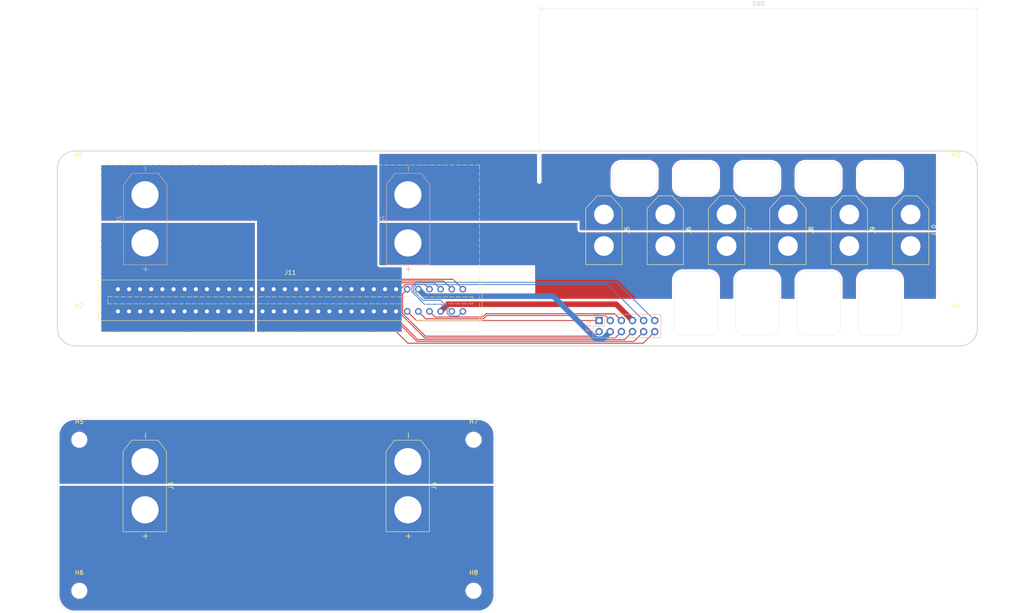
<source format=kicad_pcb>
(kicad_pcb (version 20241229) (generator "pcbnew") (generator_version "9.0")
  (layers (0 "F.Cu" signal) (2 "B.Cu" signal) (13 "F.Paste" user) (15 "B.Paste" user) (5 "F.SilkS" user "F.Silkscreen") (7 "B.SilkS" user "B.Silkscreen") (1 "F.Mask" user) (3 "B.Mask" user) (25 "Edge.Cuts" user))
  (net 0 "")
  (net 1 "/backplane/GND_{PSU}")
  (net 2 "/backplane/+12V_{PSU}")
  (net 3 "/backplane/GND_{BUS}")
  (net 4 "/backplane/+12V_{BUS}")
  (net 5 "/jumper/GND_{BUS}")
  (net 6 "/jumper/+12V_{BUS}")
  (net 7 "/backplane/psu/GNDS")
  (net 8 "/backplane/psu/+12V_{SB}")
  (net 9 "/backplane/psu/PSOK")
  (net 10 "/backplane/psu/SCL")
  (net 11 "/backplane/psu/ADR2")
  (net 12 "/backplane/psu/ADR3")
  (net 13 "/backplane/psu/IMON")
  (net 14 "/backplane/psu/EN")
  (net 15 "/backplane/psu/SDA")
  (net 16 "/backplane/psu/INT")
  (net 17 "/backplane/psu/PRE")
  (net 18 "/backplane/psu/ADR1")
  (footprint "Connector_AMASS:AMASS_XT60-F_1x02_P7.20mm_Vertical" (layer "F.Cu") (at 182.25 97.25 -90)
    (property "Reference" "J6" (at 3.6 -5.3 90) (layer "F.SilkS"))
    (property "Value" "XT60-F")
    (fp_line (start -1.4 4.15) (end 11.45 4.15) (stroke (width 0.12)) (layer "F.SilkS"))
    (fp_line (start 11.45 4.15) (end 11.45 -4.15) (stroke (width 0.12)) (layer "F.SilkS"))
    (fp_line (start -4.25 1.55) (end -1.4 4.15) (stroke (width 0.12)) (layer "F.SilkS"))
    (fp_line (start -4.25 -1.6) (end -4.25 1.55) (stroke (width 0.12)) (layer "F.SilkS"))
    (fp_line (start -1.4 -4.15) (end -4.25 -1.6) (stroke (width 0.12)) (layer "F.SilkS"))
    (fp_line (start 11.45 -4.15) (end -1.4 -4.15) (stroke (width 0.12)) (layer "F.SilkS"))
    (pad "1" thru_hole roundrect (at 0 0 270) (size 6 6) (drill 4.5) (layers "*.Cu" "*.Mask") (net 3 "/backplane/GND_{BUS}"))
    (pad "2" thru_hole circle (at 7.2 0 270) (size 6 6) (drill 4.5) (layers "*.Cu" "*.Mask") (net 4 "/backplane/+12V_{BUS}"))
  )
  (footprint "MountingHole:MountingHole_3.2mm_M3" (layer "F.Cu") (at 48.5 122.25)
    (property "Reference" "H2" (at 0 -4.15 0) (layer "F.SilkS"))
    (property "Value" "MountingHole")
    (pad "" np_thru_hole circle (at 0 0) (size 3.2 3.2) (drill 3.2) (layers "*.Cu" "*.Mask"))
  )
  (footprint "PCM_kikit:Board" (layer "F.Cu") (at 48.5 143.71)
    (property "Reference" "B2")
    (property "Value" "jumper")
  )
  (footprint "Connector_AMASS_XT90:AMASS_XT90H-M_1x02_P11.0mm_Vertical" (layer "F.Cu") (at 63.5 153.71 -90)
    (property "Reference" "J3" (at 5.5 -5.95 90) (layer "F.SilkS"))
    (property "Value" "XT90-M")
    (fp_poly (pts (xy -2.35 5.005658) (xy 16 5.005658) (xy 16 -4.894342) (xy -2.35 -4.894342) (xy -4.9 -2.944342) (xy -4.9 3.055658)) (stroke (width 0.12)) (fill no) (layer "F.SilkS"))
    (fp_text user "+" (at 17 0 270) (layer "F.SilkS") (effects (font (size 1.5 1.5))))
    (fp_text user "-" (at -6 0 270) (layer "F.SilkS") (effects (font (size 1.5 1.5))))
    (pad "1" thru_hole roundrect (at 0 0 270) (size 8.2 8.2) (drill 6.2) (layers "*.Cu" "*.Mask") (net 5 "/jumper/GND_{BUS}"))
    (pad "2" thru_hole circle (at 11 0 270) (size 8.2 8.2) (drill 6.2) (layers "*.Cu" "*.Mask") (net 6 "/jumper/+12V_{BUS}"))
  )
  (footprint "MountingHole:MountingHole_3.2mm_M3" (layer "F.Cu") (at 48.5 87.75)
    (property "Reference" "H1" (at 0 -4.15 0) (layer "F.SilkS"))
    (property "Value" "MountingHole")
    (pad "" np_thru_hole circle (at 0 0) (size 3.2 3.2) (drill 3.2) (layers "*.Cu" "*.Mask"))
  )
  (footprint "Connector_AMASS:AMASS_XT60-F_1x02_P7.20mm_Vertical" (layer "F.Cu") (at 196.25 97.25 -90)
    (property "Reference" "J7" (at 3.6 -5.3 90) (layer "F.SilkS"))
    (property "Value" "XT60-F")
    (fp_line (start -1.4 4.15) (end 11.45 4.15) (stroke (width 0.12)) (layer "F.SilkS"))
    (fp_line (start 11.45 4.15) (end 11.45 -4.15) (stroke (width 0.12)) (layer "F.SilkS"))
    (fp_line (start -4.25 1.55) (end -1.4 4.15) (stroke (width 0.12)) (layer "F.SilkS"))
    (fp_line (start -4.25 -1.6) (end -4.25 1.55) (stroke (width 0.12)) (layer "F.SilkS"))
    (fp_line (start -1.4 -4.15) (end -4.25 -1.6) (stroke (width 0.12)) (layer "F.SilkS"))
    (fp_line (start 11.45 -4.15) (end -1.4 -4.15) (stroke (width 0.12)) (layer "F.SilkS"))
    (pad "1" thru_hole roundrect (at 0 0 270) (size 6 6) (drill 4.5) (layers "*.Cu" "*.Mask") (net 3 "/backplane/GND_{BUS}"))
    (pad "2" thru_hole circle (at 7.2 0 270) (size 6 6) (drill 4.5) (layers "*.Cu" "*.Mask") (net 4 "/backplane/+12V_{BUS}"))
  )
  (footprint "Connector_AMASS:AMASS_XT60-F_1x02_P7.20mm_Vertical" (layer "F.Cu") (at 238.25 97.25 -90)
    (property "Reference" "J10" (at 3.6 -5.3 90) (layer "F.SilkS"))
    (property "Value" "XT60-F")
    (fp_line (start -1.4 4.15) (end 11.45 4.15) (stroke (width 0.12)) (layer "F.SilkS"))
    (fp_line (start 11.45 4.15) (end 11.45 -4.15) (stroke (width 0.12)) (layer "F.SilkS"))
    (fp_line (start -4.25 1.55) (end -1.4 4.15) (stroke (width 0.12)) (layer "F.SilkS"))
    (fp_line (start -4.25 -1.6) (end -4.25 1.55) (stroke (width 0.12)) (layer "F.SilkS"))
    (fp_line (start -1.4 -4.15) (end -4.25 -1.6) (stroke (width 0.12)) (layer "F.SilkS"))
    (fp_line (start 11.45 -4.15) (end -1.4 -4.15) (stroke (width 0.12)) (layer "F.SilkS"))
    (pad "1" thru_hole roundrect (at 0 0 270) (size 6 6) (drill 4.5) (layers "*.Cu" "*.Mask") (net 3 "/backplane/GND_{BUS}"))
    (pad "2" thru_hole circle (at 7.2 0 270) (size 6 6) (drill 4.5) (layers "*.Cu" "*.Mask") (net 4 "/backplane/+12V_{BUS}"))
  )
  (footprint "MountingHole:MountingHole_3.2mm_M3" (layer "F.Cu") (at 48.5 148.71)
    (property "Reference" "H5" (at 0 -4.15 0) (layer "F.SilkS"))
    (property "Value" "MountingHole")
    (pad "" np_thru_hole circle (at 0 0) (size 3.2 3.2) (drill 3.2) (layers "*.Cu" "*.Mask"))
  )
  (footprint "PCM_kikit:Board" (layer "F.Cu") (at 48.5 82.75)
    (property "Reference" "B1")
    (property "Value" "backplane")
  )
  (footprint "MountingHole:MountingHole_3.2mm_M3" (layer "F.Cu") (at 138.5 183.21)
    (property "Reference" "H8" (at 0 -4.15 0) (layer "F.SilkS"))
    (property "Value" "MountingHole")
    (pad "" np_thru_hole circle (at 0 0) (size 3.2 3.2) (drill 3.2) (layers "*.Cu" "*.Mask"))
  )
  (footprint "Connector_AMASS:AMASS_XT60-F_1x02_P7.20mm_Vertical" (layer "F.Cu") (at 210.25 97.25 -90)
    (property "Reference" "J8" (at 3.6 -5.3 90) (layer "F.SilkS"))
    (property "Value" "XT60-F")
    (fp_line (start -1.4 4.15) (end 11.45 4.15) (stroke (width 0.12)) (layer "F.SilkS"))
    (fp_line (start 11.45 4.15) (end 11.45 -4.15) (stroke (width 0.12)) (layer "F.SilkS"))
    (fp_line (start -4.25 1.55) (end -1.4 4.15) (stroke (width 0.12)) (layer "F.SilkS"))
    (fp_line (start -4.25 -1.6) (end -4.25 1.55) (stroke (width 0.12)) (layer "F.SilkS"))
    (fp_line (start -1.4 -4.15) (end -4.25 -1.6) (stroke (width 0.12)) (layer "F.SilkS"))
    (fp_line (start 11.45 -4.15) (end -1.4 -4.15) (stroke (width 0.12)) (layer "F.SilkS"))
    (pad "1" thru_hole roundrect (at 0 0 270) (size 6 6) (drill 4.5) (layers "*.Cu" "*.Mask") (net 3 "/backplane/GND_{BUS}"))
    (pad "2" thru_hole circle (at 7.2 0 270) (size 6 6) (drill 4.5) (layers "*.Cu" "*.Mask") (net 4 "/backplane/+12V_{BUS}"))
  )
  (footprint "Connector_AMASS:AMASS_XT60-F_1x02_P7.20mm_Vertical" (layer "F.Cu") (at 168.25 97.25 -90)
    (property "Reference" "J5" (at 3.6 -5.3 90) (layer "F.SilkS"))
    (property "Value" "XT60-F")
    (fp_line (start -1.4 4.15) (end 11.45 4.15) (stroke (width 0.12)) (layer "F.SilkS"))
    (fp_line (start 11.45 4.15) (end 11.45 -4.15) (stroke (width 0.12)) (layer "F.SilkS"))
    (fp_line (start -4.25 1.55) (end -1.4 4.15) (stroke (width 0.12)) (layer "F.SilkS"))
    (fp_line (start -4.25 -1.6) (end -4.25 1.55) (stroke (width 0.12)) (layer "F.SilkS"))
    (fp_line (start -1.4 -4.15) (end -4.25 -1.6) (stroke (width 0.12)) (layer "F.SilkS"))
    (fp_line (start 11.45 -4.15) (end -1.4 -4.15) (stroke (width 0.12)) (layer "F.SilkS"))
    (pad "1" thru_hole roundrect (at 0 0 270) (size 6 6) (drill 4.5) (layers "*.Cu" "*.Mask") (net 3 "/backplane/GND_{BUS}"))
    (pad "2" thru_hole circle (at 7.2 0 270) (size 6 6) (drill 4.5) (layers "*.Cu" "*.Mask") (net 4 "/backplane/+12V_{BUS}"))
  )
  (footprint "Connector_AMASS_XT90:AMASS_XT90H-F_1x02_P11.0mm_Vertical" (layer "F.Cu") (at 123.5 153.71 -90)
    (property "Reference" "J4" (at 5.5 -5.95 90) (layer "F.SilkS"))
    (property "Value" "XT90-F")
    (fp_poly (pts (xy -2.35 5.005658) (xy 16 5.005658) (xy 16 -4.894342) (xy -2.35 -4.894342) (xy -4.9 -2.944342) (xy -4.9 3.055658)) (stroke (width 0.12)) (fill no) (layer "F.SilkS"))
    (fp_text user "-" (at -6 0 270) (layer "F.SilkS") (effects (font (size 1.5 1.5))))
    (fp_text user "+" (at 17 0 270) (layer "F.SilkS") (effects (font (size 1.5 1.5))))
    (pad "1" thru_hole roundrect (at 0 0 270) (size 8.2 8.2) (drill 6.2) (layers "*.Cu" "*.Mask") (net 5 "/jumper/GND_{BUS}"))
    (pad "2" thru_hole circle (at 11 0 270) (size 8.2 8.2) (drill 6.2) (layers "*.Cu" "*.Mask") (net 6 "/jumper/+12V_{BUS}"))
  )
  (footprint "MountingHole:MountingHole_3.2mm_M3" (layer "F.Cu") (at 138.5 148.71)
    (property "Reference" "H7" (at 0 -4.15 0) (layer "F.SilkS"))
    (property "Value" "MountingHole")
    (pad "" np_thru_hole circle (at 0 0) (size 3.2 3.2) (drill 3.2) (layers "*.Cu" "*.Mask"))
  )
  (footprint "Connector_AMASS:AMASS_XT60-F_1x02_P7.20mm_Vertical" (layer "F.Cu") (at 224.25 97.25 -90)
    (property "Reference" "J9" (at 3.6 -5.3 90) (layer "F.SilkS"))
    (property "Value" "XT60-F")
    (fp_line (start -1.4 4.15) (end 11.45 4.15) (stroke (width 0.12)) (layer "F.SilkS"))
    (fp_line (start 11.45 4.15) (end 11.45 -4.15) (stroke (width 0.12)) (layer "F.SilkS"))
    (fp_line (start -4.25 1.55) (end -1.4 4.15) (stroke (width 0.12)) (layer "F.SilkS"))
    (fp_line (start -4.25 -1.6) (end -4.25 1.55) (stroke (width 0.12)) (layer "F.SilkS"))
    (fp_line (start -1.4 -4.15) (end -4.25 -1.6) (stroke (width 0.12)) (layer "F.SilkS"))
    (fp_line (start 11.45 -4.15) (end -1.4 -4.15) (stroke (width 0.12)) (layer "F.SilkS"))
    (pad "1" thru_hole roundrect (at 0 0 270) (size 6 6) (drill 4.5) (layers "*.Cu" "*.Mask") (net 3 "/backplane/GND_{BUS}"))
    (pad "2" thru_hole circle (at 7.2 0 270) (size 6 6) (drill 4.5) (layers "*.Cu" "*.Mask") (net 4 "/backplane/+12V_{BUS}"))
  )
  (footprint "MountingHole:MountingHole_3.2mm_M3" (layer "F.Cu") (at 48.5 183.21)
    (property "Reference" "H6" (at 0 -4.15 0) (layer "F.SilkS"))
    (property "Value" "MountingHole")
    (pad "" np_thru_hole circle (at 0 0) (size 3.2 3.2) (drill 3.2) (layers "*.Cu" "*.Mask"))
  )
  (footprint "Connector_WingTAT:WingTAT_S-64M-2.54-5" (layer "F.Cu") (at 96.68 116.85)
    (property "Reference" "J11" (at 0 -6.35 0) (layer "F.SilkS"))
    (property "Value" "~")
    (fp_rect (start -43.7875 -4.625) (end 43.7875 4.625) (stroke (width 0.1)) (fill no) (layer "F.SilkS"))
    (pad "1" thru_hole rect (at -39.37 2.54) (size 1.524 1.524) (drill 0.9145) (layers "*.Cu" "*.Mask") (net 2 "/backplane/+12V_{PSU}"))
    (pad "2" thru_hole circle (at -36.83 2.54) (size 1.524 1.524) (drill 0.9145) (layers "*.Cu" "*.Mask") (net 2 "/backplane/+12V_{PSU}"))
    (pad "3" thru_hole circle (at -34.29 2.54) (size 1.524 1.524) (drill 0.9145) (layers "*.Cu" "*.Mask") (net 2 "/backplane/+12V_{PSU}"))
    (pad "4" thru_hole circle (at -31.75 2.54) (size 1.524 1.524) (drill 0.9145) (layers "*.Cu" "*.Mask") (net 2 "/backplane/+12V_{PSU}"))
    (pad "5" thru_hole circle (at -29.21 2.54) (size 1.524 1.524) (drill 0.9145) (layers "*.Cu" "*.Mask") (net 2 "/backplane/+12V_{PSU}"))
    (pad "6" thru_hole circle (at -26.67 2.54) (size 1.524 1.524) (drill 0.9145) (layers "*.Cu" "*.Mask") (net 2 "/backplane/+12V_{PSU}"))
    (pad "7" thru_hole circle (at -24.13 2.54) (size 1.524 1.524) (drill 0.9145) (layers "*.Cu" "*.Mask") (net 2 "/backplane/+12V_{PSU}"))
    (pad "8" thru_hole circle (at -21.59 2.54) (size 1.524 1.524) (drill 0.9145) (layers "*.Cu" "*.Mask") (net 2 "/backplane/+12V_{PSU}"))
    (pad "9" thru_hole circle (at -19.05 2.54) (size 1.524 1.524) (drill 0.9145) (layers "*.Cu" "*.Mask") (net 2 "/backplane/+12V_{PSU}"))
    (pad "10" thru_hole circle (at -16.51 2.54) (size 1.524 1.524) (drill 0.9145) (layers "*.Cu" "*.Mask") (net 2 "/backplane/+12V_{PSU}"))
    (pad "11" thru_hole circle (at -13.97 2.54) (size 1.524 1.524) (drill 0.9145) (layers "*.Cu" "*.Mask") (net 2 "/backplane/+12V_{PSU}"))
    (pad "12" thru_hole circle (at -11.43 2.54) (size 1.524 1.524) (drill 0.9145) (layers "*.Cu" "*.Mask") (net 2 "/backplane/+12V_{PSU}"))
    (pad "13" thru_hole circle (at -8.89 2.54) (size 1.524 1.524) (drill 0.9145) (layers "*.Cu" "*.Mask") (net 2 "/backplane/+12V_{PSU}"))
    (pad "14" thru_hole circle (at -6.35 2.54) (size 1.524 1.524) (drill 0.9145) (layers "*.Cu" "*.Mask") (net 1 "/backplane/GND_{PSU}"))
    (pad "15" thru_hole circle (at -3.81 2.54) (size 1.524 1.524) (drill 0.9145) (layers "*.Cu" "*.Mask") (net 1 "/backplane/GND_{PSU}"))
    (pad "16" thru_hole circle (at -1.27 2.54) (size 1.524 1.524) (drill 0.9145) (layers "*.Cu" "*.Mask") (net 1 "/backplane/GND_{PSU}"))
    (pad "17" thru_hole circle (at 1.27 2.54) (size 1.524 1.524) (drill 0.9145) (layers "*.Cu" "*.Mask") (net 1 "/backplane/GND_{PSU}"))
    (pad "18" thru_hole circle (at 3.81 2.54) (size 1.524 1.524) (drill 0.9145) (layers "*.Cu" "*.Mask") (net 1 "/backplane/GND_{PSU}"))
    (pad "19" thru_hole circle (at 6.35 2.54) (size 1.524 1.524) (drill 0.9145) (layers "*.Cu" "*.Mask") (net 1 "/backplane/GND_{PSU}"))
    (pad "20" thru_hole circle (at 8.89 2.54) (size 1.524 1.524) (drill 0.9145) (layers "*.Cu" "*.Mask") (net 1 "/backplane/GND_{PSU}"))
    (pad "21" thru_hole circle (at 11.43 2.54) (size 1.524 1.524) (drill 0.9145) (layers "*.Cu" "*.Mask") (net 1 "/backplane/GND_{PSU}"))
    (pad "22" thru_hole circle (at 13.97 2.54) (size 1.524 1.524) (drill 0.9145) (layers "*.Cu" "*.Mask") (net 1 "/backplane/GND_{PSU}"))
    (pad "23" thru_hole circle (at 16.51 2.54) (size 1.524 1.524) (drill 0.9145) (layers "*.Cu" "*.Mask") (net 1 "/backplane/GND_{PSU}"))
    (pad "24" thru_hole circle (at 19.05 2.54) (size 1.524 1.524) (drill 0.9145) (layers "*.Cu" "*.Mask") (net 1 "/backplane/GND_{PSU}"))
    (pad "25" thru_hole circle (at 21.59 2.54) (size 1.524 1.524) (drill 0.9145) (layers "*.Cu" "*.Mask") (net 1 "/backplane/GND_{PSU}"))
    (pad "26" thru_hole circle (at 24.13 2.54) (size 1.524 1.524) (drill 0.9145) (layers "*.Cu" "*.Mask") (net 1 "/backplane/GND_{PSU}"))
    (pad "27" thru_hole circle (at 26.67 2.54) (size 1.524 1.524) (drill 0.9145) (layers "*.Cu" "*.Mask") (net 18 "/backplane/psu/ADR1"))
    (pad "28" thru_hole circle (at 29.21 2.54) (size 1.524 1.524) (drill 0.9145) (layers "*.Cu" "*.Mask") (net 11 "/backplane/psu/ADR2"))
    (pad "29" thru_hole circle (at 31.75 2.54) (size 1.524 1.524) (drill 0.9145) (layers "*.Cu" "*.Mask") (net 12 "/backplane/psu/ADR3"))
    (pad "30" thru_hole circle (at 34.29 2.54) (size 1.524 1.524) (drill 0.9145) (layers "*.Cu" "*.Mask") (net 7 "/backplane/psu/GNDS"))
    (pad "31" thru_hole circle (at 36.83 2.54) (size 1.524 1.524) (drill 0.9145) (layers "*.Cu" "*.Mask") (net 10 "/backplane/psu/SCL"))
    (pad "32" thru_hole circle (at 39.37 2.54) (size 1.524 1.524) (drill 0.9145) (layers "*.Cu" "*.Mask") (net 15 "/backplane/psu/SDA"))
    (pad "33" thru_hole circle (at 39.37 -2.54) (size 1.524 1.524) (drill 0.9145) (layers "*.Cu" "*.Mask") (net 14 "/backplane/psu/EN"))
    (pad "34" thru_hole circle (at 36.83 -2.54) (size 1.524 1.524) (drill 0.9145) (layers "*.Cu" "*.Mask") (net 13 "/backplane/psu/IMON"))
    (pad "35" thru_hole circle (at 34.29 -2.54) (size 1.524 1.524) (drill 0.9145) (layers "*.Cu" "*.Mask") (net 9 "/backplane/psu/PSOK"))
    (pad "36" thru_hole circle (at 31.75 -2.54) (size 1.524 1.524) (drill 0.9145) (layers "*.Cu" "*.Mask") (net 17 "/backplane/psu/PRE"))
    (pad "37" thru_hole circle (at 29.21 -2.54) (size 1.524 1.524) (drill 0.9145) (layers "*.Cu" "*.Mask") (net 8 "/backplane/psu/+12V_{SB}"))
    (pad "38" thru_hole circle (at 26.67 -2.54) (size 1.524 1.524) (drill 0.9145) (layers "*.Cu" "*.Mask") (net 16 "/backplane/psu/INT"))
    (pad "39" thru_hole circle (at 24.13 -2.54) (size 1.524 1.524) (drill 0.9145) (layers "*.Cu" "*.Mask") (net 1 "/backplane/GND_{PSU}"))
    (pad "40" thru_hole circle (at 21.59 -2.54) (size 1.524 1.524) (drill 0.9145) (layers "*.Cu" "*.Mask") (net 1 "/backplane/GND_{PSU}"))
    (pad "41" thru_hole circle (at 19.05 -2.54) (size 1.524 1.524) (drill 0.9145) (layers "*.Cu" "*.Mask") (net 1 "/backplane/GND_{PSU}"))
    (pad "42" thru_hole circle (at 16.51 -2.54) (size 1.524 1.524) (drill 0.9145) (layers "*.Cu" "*.Mask") (net 1 "/backplane/GND_{PSU}"))
    (pad "43" thru_hole circle (at 13.97 -2.54) (size 1.524 1.524) (drill 0.9145) (layers "*.Cu" "*.Mask") (net 1 "/backplane/GND_{PSU}"))
    (pad "44" thru_hole circle (at 11.43 -2.54) (size 1.524 1.524) (drill 0.9145) (layers "*.Cu" "*.Mask") (net 1 "/backplane/GND_{PSU}"))
    (pad "45" thru_hole circle (at 8.89 -2.54) (size 1.524 1.524) (drill 0.9145) (layers "*.Cu" "*.Mask") (net 1 "/backplane/GND_{PSU}"))
    (pad "46" thru_hole circle (at 6.35 -2.54) (size 1.524 1.524) (drill 0.9145) (layers "*.Cu" "*.Mask") (net 1 "/backplane/GND_{PSU}"))
    (pad "47" thru_hole circle (at 3.81 -2.54) (size 1.524 1.524) (drill 0.9145) (layers "*.Cu" "*.Mask") (net 1 "/backplane/GND_{PSU}"))
    (pad "48" thru_hole circle (at 1.27 -2.54) (size 1.524 1.524) (drill 0.9145) (layers "*.Cu" "*.Mask") (net 1 "/backplane/GND_{PSU}"))
    (pad "49" thru_hole circle (at -1.27 -2.54) (size 1.524 1.524) (drill 0.9145) (layers "*.Cu" "*.Mask") (net 1 "/backplane/GND_{PSU}"))
    (pad "50" thru_hole circle (at -3.81 -2.54) (size 1.524 1.524) (drill 0.9145) (layers "*.Cu" "*.Mask") (net 1 "/backplane/GND_{PSU}"))
    (pad "51" thru_hole circle (at -6.35 -2.54) (size 1.524 1.524) (drill 0.9145) (layers "*.Cu" "*.Mask") (net 1 "/backplane/GND_{PSU}"))
    (pad "52" thru_hole circle (at -8.89 -2.54) (size 1.524 1.524) (drill 0.9145) (layers "*.Cu" "*.Mask") (net 2 "/backplane/+12V_{PSU}"))
    (pad "53" thru_hole circle (at -11.43 -2.54) (size 1.524 1.524) (drill 0.9145) (layers "*.Cu" "*.Mask") (net 2 "/backplane/+12V_{PSU}"))
    (pad "54" thru_hole circle (at -13.97 -2.54) (size 1.524 1.524) (drill 0.9145) (layers "*.Cu" "*.Mask") (net 2 "/backplane/+12V_{PSU}"))
    (pad "55" thru_hole circle (at -16.51 -2.54) (size 1.524 1.524) (drill 0.9145) (layers "*.Cu" "*.Mask") (net 2 "/backplane/+12V_{PSU}"))
    (pad "56" thru_hole circle (at -19.05 -2.54) (size 1.524 1.524) (drill 0.9145) (layers "*.Cu" "*.Mask") (net 2 "/backplane/+12V_{PSU}"))
    (pad "57" thru_hole circle (at -21.59 -2.54) (size 1.524 1.524) (drill 0.9145) (layers "*.Cu" "*.Mask") (net 2 "/backplane/+12V_{PSU}"))
    (pad "58" thru_hole circle (at -24.13 -2.54) (size 1.524 1.524) (drill 0.9145) (layers "*.Cu" "*.Mask") (net 2 "/backplane/+12V_{PSU}"))
    (pad "59" thru_hole circle (at -26.67 -2.54) (size 1.524 1.524) (drill 0.9145) (layers "*.Cu" "*.Mask") (net 2 "/backplane/+12V_{PSU}"))
    (pad "60" thru_hole circle (at -29.21 -2.54) (size 1.524 1.524) (drill 0.9145) (layers "*.Cu" "*.Mask") (net 2 "/backplane/+12V_{PSU}"))
    (pad "61" thru_hole circle (at -31.75 -2.54) (size 1.524 1.524) (drill 0.9145) (layers "*.Cu" "*.Mask") (net 2 "/backplane/+12V_{PSU}"))
    (pad "62" thru_hole circle (at -34.29 -2.54) (size 1.524 1.524) (drill 0.9145) (layers "*.Cu" "*.Mask") (net 2 "/backplane/+12V_{PSU}"))
    (pad "63" thru_hole circle (at -36.83 -2.54) (size 1.524 1.524) (drill 0.9145) (layers "*.Cu" "*.Mask") (net 2 "/backplane/+12V_{PSU}"))
    (pad "64" thru_hole circle (at -39.37 -2.54) (size 1.524 1.524) (drill 0.9145) (layers "*.Cu" "*.Mask") (net 2 "/backplane/+12V_{PSU}"))
  )
  (footprint "MountingHole:MountingHole_3.2mm_M3" (layer "F.Cu") (at 248.5 87.75)
    (property "Reference" "H3" (at 0 -4.15 0) (layer "F.SilkS"))
    (property "Value" "MountingHole")
    (pad "" np_thru_hole circle (at 0 0) (size 3.2 3.2) (drill 3.2) (layers "*.Cu" "*.Mask"))
  )
  (footprint "MountingHole:MountingHole_3.2mm_M3" (layer "F.Cu") (at 248.5 122.25)
    (property "Reference" "H4" (at 0 -4.15 0) (layer "F.SilkS"))
    (property "Value" "MountingHole")
    (pad "" np_thru_hole circle (at 0 0) (size 3.2 3.2) (drill 3.2) (layers "*.Cu" "*.Mask"))
  )
  (footprint "Connector_AMASS_XT90:AMASS_XT90H-F_1x02_P11.0mm_Vertical" (layer "B.Cu") (at 63.5 92.75 -90)
    (property "Reference" "J1" (at 5.5 5.95 90) (layer "B.SilkS") (effects (justify mirror)))
    (property "Value" "XT90-F")
    (fp_poly (pts (xy -2.35 -5.005658) (xy 16 -5.005658) (xy 16 4.894342) (xy -2.35 4.894342) (xy -4.9 2.944342) (xy -4.9 -3.055658)) (stroke (width 0.12)) (fill no) (layer "B.SilkS"))
    (fp_text user "-" (at -6 0 90) (layer "B.SilkS") (effects (font (size 1.5 1.5)) (justify mirror)))
    (fp_text user "+" (at 17 0 90) (layer "B.SilkS") (effects (font (size 1.5 1.5)) (justify mirror)))
    (pad "1" thru_hole roundrect (at 0 0 270) (size 8.2 8.2) (drill 6.2) (layers "*.Cu" "*.Mask") (net 1 "/backplane/GND_{PSU}"))
    (pad "2" thru_hole circle (at 11 0 270) (size 8.2 8.2) (drill 6.2) (layers "*.Cu" "*.Mask") (net 2 "/backplane/+12V_{PSU}"))
  )
  (footprint "Connector_PinHeader_2.54mm:PinHeader_2x06_P2.54mm_Vertical" (layer "B.Cu") (at 167.15 121.475 -90)
    (property "Reference" "J12" (at 1.27 2.38 90) (layer "B.SilkS") (effects (justify mirror)))
    (property "Value" "Conn_02x06_Odd_Even")
    (fp_line (start -1.38 1.38) (end 0 1.38) (stroke (width 0.12)) (layer "B.SilkS"))
    (fp_line (start 1.27 1.38) (end 3.92 1.38) (stroke (width 0.12)) (layer "B.SilkS"))
    (fp_line (start 3.92 1.38) (end 3.92 -14.08) (stroke (width 0.12)) (layer "B.SilkS"))
    (fp_line (start -1.38 0) (end -1.38 1.38) (stroke (width 0.12)) (layer "B.SilkS"))
    (fp_line (start -1.38 -1.27) (end 1.27 -1.27) (stroke (width 0.12)) (layer "B.SilkS"))
    (fp_line (start -1.38 -1.27) (end -1.38 -14.08) (stroke (width 0.12)) (layer "B.SilkS"))
    (fp_line (start 1.27 -1.27) (end 1.27 1.38) (stroke (width 0.12)) (layer "B.SilkS"))
    (fp_line (start -1.38 -14.08) (end 3.92 -14.08) (stroke (width 0.12)) (layer "B.SilkS"))
    (pad "1" thru_hole rect (at 0 0 270) (size 1.7 1.7) (drill 1) (layers "*.Cu" "*.Mask") (net 18 "/backplane/psu/ADR1"))
    (pad "2" thru_hole circle (at 2.54 0 270) (size 1.7 1.7) (drill 1) (layers "*.Cu" "*.Mask") (net 16 "/backplane/psu/INT"))
    (pad "3" thru_hole circle (at 0 -2.54 270) (size 1.7 1.7) (drill 1) (layers "*.Cu" "*.Mask") (net 11 "/backplane/psu/ADR2"))
    (pad "4" thru_hole circle (at 2.54 -2.54 270) (size 1.7 1.7) (drill 1) (layers "*.Cu" "*.Mask") (net 8 "/backplane/psu/+12V_{SB}"))
    (pad "5" thru_hole circle (at 0 -5.08 270) (size 1.7 1.7) (drill 1) (layers "*.Cu" "*.Mask") (net 12 "/backplane/psu/ADR3"))
    (pad "6" thru_hole circle (at 2.54 -5.08 270) (size 1.7 1.7) (drill 1) (layers "*.Cu" "*.Mask") (net 17 "/backplane/psu/PRE"))
    (pad "7" thru_hole circle (at 0 -7.62 270) (size 1.7 1.7) (drill 1) (layers "*.Cu" "*.Mask") (net 7 "/backplane/psu/GNDS"))
    (pad "8" thru_hole circle (at 2.54 -7.62 270) (size 1.7 1.7) (drill 1) (layers "*.Cu" "*.Mask") (net 9 "/backplane/psu/PSOK"))
    (pad "9" thru_hole circle (at 0 -10.16 270) (size 1.7 1.7) (drill 1) (layers "*.Cu" "*.Mask") (net 10 "/backplane/psu/SCL"))
    (pad "10" thru_hole circle (at 2.54 -10.16 270) (size 1.7 1.7) (drill 1) (layers "*.Cu" "*.Mask") (net 13 "/backplane/psu/IMON"))
    (pad "11" thru_hole circle (at 0 -12.7 270) (size 1.7 1.7) (drill 1) (layers "*.Cu" "*.Mask") (net 15 "/backplane/psu/SDA"))
    (pad "12" thru_hole circle (at 2.54 -12.7 270) (size 1.7 1.7) (drill 1) (layers "*.Cu" "*.Mask") (net 14 "/backplane/psu/EN"))
  )
  (footprint "Connector_AMASS_XT90:AMASS_XT90H-M_1x02_P11.0mm_Vertical" (layer "B.Cu") (at 123.5 92.75 -90)
    (property "Reference" "J2" (at 5.5 5.95 90) (layer "B.SilkS") (effects (justify mirror)))
    (property "Value" "XT90-M")
    (fp_poly (pts (xy -2.35 -5.005658) (xy 16 -5.005658) (xy 16 4.894342) (xy -2.35 4.894342) (xy -4.9 2.944342) (xy -4.9 -3.055658)) (stroke (width 0.12)) (fill no) (layer "B.SilkS"))
    (fp_text user "+" (at 17 0 90) (layer "B.SilkS") (effects (font (size 1.5 1.5)) (justify mirror)))
    (fp_text user "-" (at -6 0 90) (layer "B.SilkS") (effects (font (size 1.5 1.5)) (justify mirror)))
    (pad "1" thru_hole roundrect (at 0 0 270) (size 8.2 8.2) (drill 6.2) (layers "*.Cu" "*.Mask") (net 3 "/backplane/GND_{BUS}"))
    (pad "2" thru_hole circle (at 11 0 270) (size 8.2 8.2) (drill 6.2) (layers "*.Cu" "*.Mask") (net 4 "/backplane/+12V_{BUS}"))
  )
  (gr_rect (start 53.5 85.95) (end 139.86 124.05) (stroke (width 0.1) (type dash)) (fill no) (layer "F.SilkS"))
  (gr_rect (start 55 116.05) (end 138.36 117.65) (stroke (width 0.1) (type dash)) (fill no) (layer "F.SilkS"))
  (gr_line (start 192.25 92.75) (end 186.25 92.75) (stroke (width 0.05)) (layer "Edge.Cuts"))
  (gr_line (start 208.25 87.25) (end 208.25 90.75) (stroke (width 0.05)) (layer "Edge.Cuts"))
  (gr_arc (start 236.25 90.75) (mid 235.664214 92.164214) (end 234.25 92.75) (stroke (width 0.05)) (layer "Edge.Cuts"))
  (gr_arc (start 228.25 92.75) (mid 226.835786 92.164214) (end 226.25 90.75) (stroke (width 0.05)) (layer "Edge.Cuts"))
  (gr_line (start 186.25 110.25) (end 192.25 110.25) (stroke (width 0.05)) (layer "Edge.Cuts"))
  (gr_line (start 236.25 87.25) (end 236.25 90.75) (stroke (width 0.05)) (layer "Edge.Cuts"))
  (gr_line (start 226.25 122.75) (end 226.25 112.25) (stroke (width 0.05)) (layer "Edge.Cuts"))
  (gr_arc (start 186.25 124.75) (mid 184.835786 124.164214) (end 184.25 122.75) (stroke (width 0.05)) (layer "Edge.Cuts"))
  (gr_arc (start 139.5 143.71) (mid 142.328427 144.881573) (end 143.5 147.71) (stroke (width 0.05)) (layer "Edge.Cuts"))
  (gr_line (start 143.5 147.71) (end 143.5 184.21) (stroke (width 0.05)) (layer "Edge.Cuts"))
  (gr_arc (start 222.25 122.75) (mid 221.664214 124.164214) (end 220.25 124.75) (stroke (width 0.05)) (layer "Edge.Cuts"))
  (gr_arc (start 170.25 87.25) (mid 170.835786 85.835786) (end 172.25 85.25) (stroke (width 0.05)) (layer "Edge.Cuts"))
  (gr_line (start 43.5 184.21) (end 43.5 147.71) (stroke (width 0.05)) (layer "Edge.Cuts"))
  (gr_line (start 234.25 124.75) (end 228.25 124.75) (stroke (width 0.05)) (layer "Edge.Cuts"))
  (gr_line (start 236.25 112.25) (end 236.25 122.75) (stroke (width 0.05)) (layer "Edge.Cuts"))
  (gr_line (start 194.25 112.25) (end 194.25 122.75) (stroke (width 0.05)) (layer "Edge.Cuts"))
  (gr_arc (start 200.25 92.75) (mid 198.835786 92.164214) (end 198.25 90.75) (stroke (width 0.05)) (layer "Edge.Cuts"))
  (gr_line (start 198.25 90.75) (end 198.25 87.25) (stroke (width 0.05)) (layer "Edge.Cuts"))
  (gr_arc (start 212.25 112.25) (mid 212.835786 110.835786) (end 214.25 110.25) (stroke (width 0.05)) (layer "Edge.Cuts"))
  (gr_line (start 214.25 110.25) (end 220.25 110.25) (stroke (width 0.05)) (layer "Edge.Cuts"))
  (gr_line (start 220.25 124.75) (end 214.25 124.75) (stroke (width 0.05)) (layer "Edge.Cuts"))
  (gr_line (start 194.25 87.25) (end 194.25 90.75) (stroke (width 0.05)) (layer "Edge.Cuts"))
  (gr_arc (start 212.25 87.25) (mid 212.835786 85.835786) (end 214.25 85.25) (stroke (width 0.05)) (layer "Edge.Cuts"))
  (gr_arc (start 143.5 184.21) (mid 142.328427 187.038427) (end 139.5 188.21) (stroke (width 0.05)) (layer "Edge.Cuts"))
  (gr_line (start 47.5 143.71) (end 139.5 143.71) (stroke (width 0.05)) (layer "Edge.Cuts"))
  (gr_arc (start 226.25 87.25) (mid 226.835786 85.835786) (end 228.25 85.25) (stroke (width 0.05)) (layer "Edge.Cuts"))
  (gr_arc (start 47.5 188.21) (mid 44.671573 187.038427) (end 43.5 184.21) (stroke (width 0.05)) (layer "Edge.Cuts"))
  (gr_line (start 192.25 124.75) (end 186.25 124.75) (stroke (width 0.05)) (layer "Edge.Cuts"))
  (gr_arc (start 253.5 123.25) (mid 252.328427 126.078427) (end 249.5 127.25) (stroke (width 0.2)) (layer "Edge.Cuts"))
  (gr_line (start 198.25 122.75) (end 198.25 112.25) (stroke (width 0.05)) (layer "Edge.Cuts"))
  (gr_arc (start 172.25 92.75) (mid 170.835786 92.164214) (end 170.25 90.75) (stroke (width 0.05)) (layer "Edge.Cuts"))
  (gr_line (start 139.5 188.21) (end 47.5 188.21) (stroke (width 0.05)) (layer "Edge.Cuts"))
  (gr_arc (start 206.25 110.25) (mid 207.664214 110.835786) (end 208.25 112.25) (stroke (width 0.05)) (layer "Edge.Cuts"))
  (gr_arc (start 234.25 110.25) (mid 235.664214 110.835786) (end 236.25 112.25) (stroke (width 0.05)) (layer "Edge.Cuts"))
  (gr_arc (start 186.25 92.75) (mid 184.835786 92.164214) (end 184.25 90.75) (stroke (width 0.05)) (layer "Edge.Cuts"))
  (gr_line (start 234.25 92.75) (end 228.25 92.75) (stroke (width 0.05)) (layer "Edge.Cuts"))
  (gr_arc (start 226.25 112.25) (mid 226.835786 110.835786) (end 228.25 110.25) (stroke (width 0.05)) (layer "Edge.Cuts"))
  (gr_arc (start 184.25 87.25) (mid 184.835786 85.835786) (end 186.25 85.25) (stroke (width 0.05)) (layer "Edge.Cuts"))
  (gr_arc (start 180.25 90.75) (mid 179.664214 92.164214) (end 178.25 92.75) (stroke (width 0.05)) (layer "Edge.Cuts"))
  (gr_line (start 212.25 122.75) (end 212.25 112.25) (stroke (width 0.05)) (layer "Edge.Cuts"))
  (gr_line (start 228.25 110.25) (end 234.25 110.25) (stroke (width 0.05)) (layer "Edge.Cuts"))
  (gr_arc (start 198.25 112.25) (mid 198.835786 110.835786) (end 200.25 110.25) (stroke (width 0.05)) (layer "Edge.Cuts"))
  (gr_arc (start 228.25 124.75) (mid 226.835786 124.164214) (end 226.25 122.75) (stroke (width 0.05)) (layer "Edge.Cuts"))
  (gr_line (start 43.5 123.25) (end 43.5 86.75) (stroke (width 0.2)) (layer "Edge.Cuts"))
  (gr_line (start 214.25 85.25) (end 220.25 85.25) (stroke (width 0.05)) (layer "Edge.Cuts"))
  (gr_arc (start 206.25 85.25) (mid 207.664214 85.835786) (end 208.25 87.25) (stroke (width 0.05)) (layer "Edge.Cuts"))
  (gr_arc (start 214.25 124.75) (mid 212.835786 124.164214) (end 212.25 122.75) (stroke (width 0.05)) (layer "Edge.Cuts"))
  (gr_line (start 222.25 87.25) (end 222.25 90.75) (stroke (width 0.05)) (layer "Edge.Cuts"))
  (gr_line (start 249.5 127.25) (end 47.5 127.25) (stroke (width 0.2)) (layer "Edge.Cuts"))
  (gr_arc (start 198.25 87.25) (mid 198.835786 85.835786) (end 200.25 85.25) (stroke (width 0.05)) (layer "Edge.Cuts"))
  (gr_arc (start 214.25 92.75) (mid 212.835786 92.164214) (end 212.25 90.75) (stroke (width 0.05)) (layer "Edge.Cuts"))
  (gr_arc (start 220.25 110.25) (mid 221.664214 110.835786) (end 222.25 112.25) (stroke (width 0.05)) (layer "Edge.Cuts"))
  (gr_arc (start 43.5 86.75) (mid 44.671573 83.921573) (end 47.5 82.75) (stroke (width 0.2)) (layer "Edge.Cuts"))
  (gr_arc (start 200.25 124.75) (mid 198.835786 124.164214) (end 198.25 122.75) (stroke (width 0.05)) (layer "Edge.Cuts"))
  (gr_line (start 212.25 90.75) (end 212.25 87.25) (stroke (width 0.05)) (layer "Edge.Cuts"))
  (gr_arc (start 194.25 122.75) (mid 193.664214 124.164214) (end 192.25 124.75) (stroke (width 0.05)) (layer "Edge.Cuts"))
  (gr_arc (start 222.25 90.75) (mid 221.664214 92.164214) (end 220.25 92.75) (stroke (width 0.05)) (layer "Edge.Cuts"))
  (gr_arc (start 249.5 82.75) (mid 252.328427 83.921573) (end 253.5 86.75) (stroke (width 0.2)) (layer "Edge.Cuts"))
  (gr_arc (start 192.25 110.25) (mid 193.664214 110.835786) (end 194.25 112.25) (stroke (width 0.05)) (layer "Edge.Cuts"))
  (gr_arc (start 208.25 122.75) (mid 207.664214 124.164214) (end 206.25 124.75) (stroke (width 0.05)) (layer "Edge.Cuts"))
  (gr_line (start 220.25 92.75) (end 214.25 92.75) (stroke (width 0.05)) (layer "Edge.Cuts"))
  (gr_line (start 253.5 86.75) (end 253.5 123.25) (stroke (width 0.2)) (layer "Edge.Cuts"))
  (gr_line (start 200.25 110.25) (end 206.25 110.25) (stroke (width 0.05)) (layer "Edge.Cuts"))
  (gr_line (start 47.5 82.75) (end 249.5 82.75) (stroke (width 0.2)) (layer "Edge.Cuts"))
  (gr_arc (start 220.25 85.25) (mid 221.664214 85.835786) (end 222.25 87.25) (stroke (width 0.05)) (layer "Edge.Cuts"))
  (gr_line (start 184.25 90.75) (end 184.25 87.25) (stroke (width 0.05)) (layer "Edge.Cuts"))
  (gr_line (start 222.25 112.25) (end 222.25 122.75) (stroke (width 0.05)) (layer "Edge.Cuts"))
  (gr_line (start 180.25 87.25) (end 180.25 90.75) (stroke (width 0.05)) (layer "Edge.Cuts"))
  (gr_line (start 170.25 90.75) (end 170.25 87.25) (stroke (width 0.05)) (layer "Edge.Cuts"))
  (gr_arc (start 208.25 90.75) (mid 207.664214 92.164214) (end 206.25 92.75) (stroke (width 0.05)) (layer "Edge.Cuts"))
  (gr_line (start 178.25 92.75) (end 172.25 92.75) (stroke (width 0.05)) (layer "Edge.Cuts"))
  (gr_line (start 186.25 85.25) (end 192.25 85.25) (stroke (width 0.05)) (layer "Edge.Cuts"))
  (gr_arc (start 43.5 147.71) (mid 44.671573 144.881573) (end 47.5 143.71) (stroke (width 0.05)) (layer "Edge.Cuts"))
  (gr_line (start 184.25 122.75) (end 184.25 112.25) (stroke (width 0.05)) (layer "Edge.Cuts"))
  (gr_arc (start 192.25 85.25) (mid 193.664214 85.835786) (end 194.25 87.25) (stroke (width 0.05)) (layer "Edge.Cuts"))
  (gr_arc (start 236.25 122.75) (mid 235.664214 124.164214) (end 234.25 124.75) (stroke (width 0.05)) (layer "Edge.Cuts"))
  (gr_arc (start 194.25 90.75) (mid 193.664214 92.164214) (end 192.25 92.75) (stroke (width 0.05)) (layer "Edge.Cuts"))
  (gr_line (start 206.25 92.75) (end 200.25 92.75) (stroke (width 0.05)) (layer "Edge.Cuts"))
  (gr_line (start 172.25 85.25) (end 178.25 85.25) (stroke (width 0.05)) (layer "Edge.Cuts"))
  (gr_line (start 208.25 112.25) (end 208.25 122.75) (stroke (width 0.05)) (layer "Edge.Cuts"))
  (gr_line (start 226.25 90.75) (end 226.25 87.25) (stroke (width 0.05)) (layer "Edge.Cuts"))
  (gr_line (start 200.25 85.25) (end 206.25 85.25) (stroke (width 0.05)) (layer "Edge.Cuts"))
  (gr_arc (start 47.5 127.25) (mid 44.671573 126.078427) (end 43.5 123.25) (stroke (width 0.2)) (layer "Edge.Cuts"))
  (gr_line (start 206.25 124.75) (end 200.25 124.75) (stroke (width 0.05)) (layer "Edge.Cuts"))
  (gr_arc (start 184.25 112.25) (mid 184.835786 110.835786) (end 186.25 110.25) (stroke (width 0.05)) (layer "Edge.Cuts"))
  (gr_arc (start 178.25 85.25) (mid 179.664214 85.835786) (end 180.25 87.25) (stroke (width 0.05)) (layer "Edge.Cuts"))
  (gr_line (start 228.25 85.25) (end 234.25 85.25) (stroke (width 0.05)) (layer "Edge.Cuts"))
  (gr_arc (start 234.25 85.25) (mid 235.664214 85.835786) (end 236.25 87.25) (stroke (width 0.05)) (layer "Edge.Cuts"))
  (dimension (type orthogonal) (layer "Edge.Cuts") (pts (xy 253.5 86.75) (xy 153.5 90.25)) (height -36.5) (orientation 0) (format (prefix "") (suffix "") (units 3) (units_format 0) (precision 4) (suppress_zeroes yes)) (style (thickness 0.05) (arrow_length 1.27) (text_position_mode 0) (arrow_direction outward) (extension_height 0.58642) (extension_offset 0.5) (keep_text_aligned yes)) (gr_text "100" (at 203.5 49.1 0) (layer "Edge.Cuts") (effects (font (size 1 1) (thickness 0.15)))))
  (segment (start 171.045 117.75) (end 174.77 121.475) (width 1.27) (layer "F.Cu") (net 7))
  (segment (start 130.97 119.39) (end 132.61 117.75) (width 1.27) (layer "F.Cu") (net 7))
  (segment (start 132.61 117.75) (end 171.045 117.75) (width 1.27) (layer "F.Cu") (net 7))
  (segment (start 168.004 125.701) (end 169.69 124.015) (width 1.27) (layer "B.Cu") (net 8))
  (segment (start 127.488 115.908) (end 156.658635 115.908) (width 1.27) (layer "B.Cu") (net 8))
  (segment (start 156.658635 115.908) (end 166.451635 125.701) (width 1.27) (layer "B.Cu") (net 8))
  (segment (start 166.451635 125.701) (end 168.004 125.701) (width 1.27) (layer "B.Cu") (net 8))
  (segment (start 125.89 114.31) (end 127.488 115.908) (width 1.27) (layer "B.Cu") (net 8))
  (segment (start 129.506 112.846) (end 130.97 114.31) (width 0.2) (layer "F.Cu") (net 9))
  (segment (start 125.76369 125.847) (end 119.747 119.83031) (width 0.2) (layer "F.Cu") (net 9))
  (segment (start 120.77069 112.846) (end 129.506 112.846) (width 0.2) (layer "F.Cu") (net 9))
  (segment (start 174.77 124.015) (end 172.938 125.847) (width 0.2) (layer "F.Cu") (net 9))
  (segment (start 119.747 113.86969) (end 120.77069 112.846) (width 0.2) (layer "F.Cu") (net 9))
  (segment (start 119.747 119.83031) (end 119.747 113.86969) (width 0.2) (layer "F.Cu") (net 9))
  (segment (start 172.938 125.847) (end 125.76369 125.847) (width 0.2) (layer "F.Cu") (net 9))
  (segment (start 125.44969 113.247) (end 169.082 113.247) (width 0.2) (layer "B.Cu") (net 10))
  (segment (start 124.827 113.86969) (end 125.44969 113.247) (width 0.2) (layer "B.Cu") (net 10))
  (segment (start 133.51 119.39) (end 130.964 116.844) (width 0.2) (layer "B.Cu") (net 10))
  (segment (start 169.082 113.247) (end 177.31 121.475) (width 0.2) (layer "B.Cu") (net 10))
  (segment (start 130.964 116.844) (end 126.92069 116.844) (width 0.2) (layer "B.Cu") (net 10))
  (segment (start 126.92069 116.844) (end 124.827 114.75031) (width 0.2) (layer "B.Cu") (net 10))
  (segment (start 124.827 114.75031) (end 124.827 113.86969) (width 0.2) (layer "B.Cu") (net 10))
  (segment (start 141.4931 120.324) (end 168.539 120.324) (width 0.2) (layer "F.Cu") (net 11))
  (segment (start 140.7431 121.074) (end 141.4931 120.324) (width 0.2) (layer "F.Cu") (net 11))
  (segment (start 125.89 119.39) (end 127.574 121.074) (width 0.2) (layer "F.Cu") (net 11))
  (segment (start 127.574 121.074) (end 140.7431 121.074) (width 0.2) (layer "F.Cu") (net 11))
  (segment (start 168.539 120.324) (end 169.69 121.475) (width 0.2) (layer "F.Cu") (net 11))
  (segment (start 128.43 119.39) (end 129.713 120.673) (width 0.2) (layer "F.Cu") (net 12))
  (segment (start 141.327 119.923) (end 170.678 119.923) (width 0.2) (layer "F.Cu") (net 12))
  (segment (start 129.713 120.673) (end 140.577 120.673) (width 0.2) (layer "F.Cu") (net 12))
  (segment (start 140.577 120.673) (end 141.327 119.923) (width 0.2) (layer "F.Cu") (net 12))
  (segment (start 170.678 119.923) (end 172.23 121.475) (width 0.2) (layer "F.Cu") (net 12))
  (segment (start 175.077 126.248) (end 125.59759 126.248) (width 0.2) (layer "F.Cu") (net 13))
  (segment (start 177.31 124.015) (end 175.077 126.248) (width 0.2) (layer "F.Cu") (net 13))
  (segment (start 125.59759 126.248) (end 119.346 119.99641) (width 0.2) (layer "F.Cu") (net 13))
  (segment (start 131.645 112.445) (end 133.51 114.31) (width 0.2) (layer "F.Cu") (net 13))
  (segment (start 119.346 113.70359) (end 120.60459 112.445) (width 0.2) (layer "F.Cu") (net 13))
  (segment (start 120.60459 112.445) (end 131.645 112.445) (width 0.2) (layer "F.Cu") (net 13))
  (segment (start 119.346 119.99641) (end 119.346 113.70359) (width 0.2) (layer "F.Cu") (net 13))
  (segment (start 119.03269 112.044) (end 133.784 112.044) (width 0.2) (layer "F.Cu") (net 14))
  (segment (start 179.85 124.015) (end 177.216 126.649) (width 0.2) (layer "F.Cu") (net 14))
  (segment (start 133.784 112.044) (end 136.05 114.31) (width 0.2) (layer "F.Cu") (net 14))
  (segment (start 117.207 113.86969) (end 119.03269 112.044) (width 0.2) (layer "F.Cu") (net 14))
  (segment (start 177.216 126.649) (end 123.5 126.649) (width 0.2) (layer "F.Cu") (net 14))
  (segment (start 117.207 120.356) (end 117.207 113.86969) (width 0.2) (layer "F.Cu") (net 14))
  (segment (start 123.5 126.649) (end 117.207 120.356) (width 0.2) (layer "F.Cu") (net 14))
  (segment (start 132.447 118.8941) (end 131.3029 117.75) (width 0.2) (layer "B.Cu") (net 15))
  (segment (start 134.987 120.453) (end 133.06969 120.453) (width 0.2) (layer "B.Cu") (net 15))
  (segment (start 133.06969 120.453) (end 132.447 119.83031) (width 0.2) (layer "B.Cu") (net 15))
  (segment (start 125.37959 112.75) (end 171.125 112.75) (width 0.2) (layer "B.Cu") (net 15))
  (segment (start 132.447 119.83031) (end 132.447 118.8941) (width 0.2) (layer "B.Cu") (net 15))
  (segment (start 127.25959 117.75) (end 124.426 114.91641) (width 0.2) (layer "B.Cu") (net 15))
  (segment (start 136.05 119.39) (end 134.987 120.453) (width 0.2) (layer "B.Cu") (net 15))
  (segment (start 131.3029 117.75) (end 127.25959 117.75) (width 0.2) (layer "B.Cu") (net 15))
  (segment (start 124.426 113.70359) (end 125.37959 112.75) (width 0.2) (layer "B.Cu") (net 15))
  (segment (start 124.426 114.91641) (end 124.426 113.70359) (width 0.2) (layer "B.Cu") (net 15))
  (segment (start 171.125 112.75) (end 179.85 121.475) (width 0.2) (layer "B.Cu") (net 15))
  (segment (start 166.12 125.045) (end 127.50169 125.045) (width 0.2) (layer "F.Cu") (net 16))
  (segment (start 167.15 124.015) (end 166.12 125.045) (width 0.2) (layer "F.Cu") (net 16))
  (segment (start 127.50169 125.045) (end 122.287 119.83031) (width 0.2) (layer "F.Cu") (net 16))
  (segment (start 122.287 115.373) (end 123.35 114.31) (width 0.2) (layer "F.Cu") (net 16))
  (segment (start 122.287 119.83031) (end 122.287 115.373) (width 0.2) (layer "F.Cu") (net 16))
  (segment (start 170.799 125.446) (end 127.33559 125.446) (width 0.2) (layer "F.Cu") (net 17))
  (segment (start 127.367 113.247) (end 128.43 114.31) (width 0.2) (layer "F.Cu") (net 17))
  (segment (start 172.23 124.015) (end 170.799 125.446) (width 0.2) (layer "F.Cu") (net 17))
  (segment (start 121.886 114.27069) (end 122.90969 113.247) (width 0.2) (layer "F.Cu") (net 17))
  (segment (start 127.33559 125.446) (end 121.886 119.99641) (width 0.2) (layer "F.Cu") (net 17))
  (segment (start 121.886 119.99641) (end 121.886 114.27069) (width 0.2) (layer "F.Cu") (net 17))
  (segment (start 122.90969 113.247) (end 127.367 113.247) (width 0.2) (layer "F.Cu") (net 17))
  (segment (start 125.435 121.475) (end 167.15 121.475) (width 0.2) (layer "F.Cu") (net 18))
  (segment (start 123.35 119.39) (end 125.435 121.475) (width 0.2) (layer "F.Cu") (net 18))
  (zone (net 4) (net_name "/backplane/+12V_{BUS}") (layers "F.Cu" "B.Cu") (priority 2) (connect_pads yes (clearance 0.5)) (min_thickness 0.25) (fill yes (thermal_gap 0.5) (thermal_bridge_width 0.5))
    (polygon (pts (xy 117 108.81) (xy 152.56 108.81) (xy 152.56 116.51) (xy 244 116.51) (xy 244 100.85) (xy 162.72 100.85) (xy 162.72 98.65) (xy 117 98.65)))
  )
  (zone (net 6) (net_name "/jumper/+12V_{BUS}") (layers "F.Cu" "B.Cu") (priority 5) (connect_pads yes (clearance 0.5)) (min_thickness 0.25) (fill yes (thermal_gap 0.5) (thermal_bridge_width 0.5))
    (polygon (pts (xy 43.5 188.21) (xy 143.5 188.21) (xy 143.5 159.26) (xy 43.5 159.26)))
  )
  (zone (net 1) (net_name "/backplane/GND_{PSU}") (layers "F.Cu" "B.Cu") (priority 1) (connect_pads yes (clearance 0.5)) (min_thickness 0.25) (fill yes (thermal_gap 0.5) (thermal_bridge_width 0.5))
    (polygon (pts (xy 89.06 124.05) (xy 122.08 124.05) (xy 122.08 108.81) (xy 117 108.81) (xy 117 85.95) (xy 53.5 85.95) (xy 53.5 98.65) (xy 89.06 98.65)))
  )
  (zone (net 3) (net_name "/backplane/GND_{BUS}") (layers "F.Cu" "B.Cu") (priority 3) (connect_pads yes (clearance 0.5)) (min_thickness 0.25) (fill yes (thermal_gap 0.5) (thermal_bridge_width 0.5))
    (polygon (pts (xy 117 83.45) (xy 117 98.65) (xy 162.72 98.65) (xy 162.72 100.85) (xy 244 100.85) (xy 244 83.45)))
  )
  (zone (net 2) (net_name "/backplane/+12V_{PSU}") (layers "F.Cu" "B.Cu") (connect_pads yes (clearance 0.5)) (min_thickness 0.25) (fill yes (thermal_gap 0.5) (thermal_bridge_width 0.5))
    (polygon (pts (xy 53.5 124.05) (xy 53.5 98.65) (xy 89.06 98.65) (xy 89.06 124.05)))
  )
  (zone (net 5) (net_name "/jumper/GND_{BUS}") (layers "F.Cu" "B.Cu") (priority 4) (connect_pads yes (clearance 0.5)) (min_thickness 0.25) (fill yes (thermal_gap 0.5) (thermal_bridge_width 0.5))
    (polygon (pts (xy 43.5 143.71) (xy 143.5 143.71) (xy 143.5 159.26) (xy 43.5 159.26)))
  )
)
</source>
